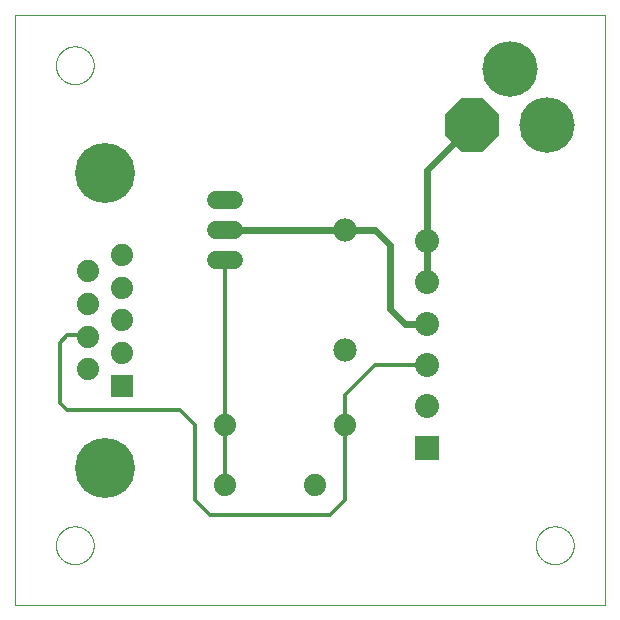
<source format=gtl>
G75*
%MOIN*%
%OFA0B0*%
%FSLAX25Y25*%
%IPPOS*%
%LPD*%
%AMOC8*
5,1,8,0,0,1.08239X$1,22.5*
%
%ADD10C,0.00000*%
%ADD11C,0.07400*%
%ADD12C,0.07800*%
%ADD13C,0.06000*%
%ADD14R,0.07400X0.07400*%
%ADD15C,0.20000*%
%ADD16R,0.08000X0.08000*%
%ADD17C,0.08000*%
%ADD18OC8,0.17717*%
%ADD19C,0.18504*%
%ADD20C,0.01200*%
%ADD21C,0.02400*%
D10*
X0033632Y0001800D02*
X0033632Y0198650D01*
X0230483Y0198650D01*
X0230483Y0001800D01*
X0033632Y0001800D01*
X0047333Y0021800D02*
X0047335Y0021958D01*
X0047341Y0022116D01*
X0047351Y0022274D01*
X0047365Y0022432D01*
X0047383Y0022589D01*
X0047404Y0022746D01*
X0047430Y0022902D01*
X0047460Y0023058D01*
X0047493Y0023213D01*
X0047531Y0023366D01*
X0047572Y0023519D01*
X0047617Y0023671D01*
X0047666Y0023822D01*
X0047719Y0023971D01*
X0047775Y0024119D01*
X0047835Y0024265D01*
X0047899Y0024410D01*
X0047967Y0024553D01*
X0048038Y0024695D01*
X0048112Y0024835D01*
X0048190Y0024972D01*
X0048272Y0025108D01*
X0048356Y0025242D01*
X0048445Y0025373D01*
X0048536Y0025502D01*
X0048631Y0025629D01*
X0048728Y0025754D01*
X0048829Y0025876D01*
X0048933Y0025995D01*
X0049040Y0026112D01*
X0049150Y0026226D01*
X0049263Y0026337D01*
X0049378Y0026446D01*
X0049496Y0026551D01*
X0049617Y0026653D01*
X0049740Y0026753D01*
X0049866Y0026849D01*
X0049994Y0026942D01*
X0050124Y0027032D01*
X0050257Y0027118D01*
X0050392Y0027202D01*
X0050528Y0027281D01*
X0050667Y0027358D01*
X0050808Y0027430D01*
X0050950Y0027500D01*
X0051094Y0027565D01*
X0051240Y0027627D01*
X0051387Y0027685D01*
X0051536Y0027740D01*
X0051686Y0027791D01*
X0051837Y0027838D01*
X0051989Y0027881D01*
X0052142Y0027920D01*
X0052297Y0027956D01*
X0052452Y0027987D01*
X0052608Y0028015D01*
X0052764Y0028039D01*
X0052921Y0028059D01*
X0053079Y0028075D01*
X0053236Y0028087D01*
X0053395Y0028095D01*
X0053553Y0028099D01*
X0053711Y0028099D01*
X0053869Y0028095D01*
X0054028Y0028087D01*
X0054185Y0028075D01*
X0054343Y0028059D01*
X0054500Y0028039D01*
X0054656Y0028015D01*
X0054812Y0027987D01*
X0054967Y0027956D01*
X0055122Y0027920D01*
X0055275Y0027881D01*
X0055427Y0027838D01*
X0055578Y0027791D01*
X0055728Y0027740D01*
X0055877Y0027685D01*
X0056024Y0027627D01*
X0056170Y0027565D01*
X0056314Y0027500D01*
X0056456Y0027430D01*
X0056597Y0027358D01*
X0056736Y0027281D01*
X0056872Y0027202D01*
X0057007Y0027118D01*
X0057140Y0027032D01*
X0057270Y0026942D01*
X0057398Y0026849D01*
X0057524Y0026753D01*
X0057647Y0026653D01*
X0057768Y0026551D01*
X0057886Y0026446D01*
X0058001Y0026337D01*
X0058114Y0026226D01*
X0058224Y0026112D01*
X0058331Y0025995D01*
X0058435Y0025876D01*
X0058536Y0025754D01*
X0058633Y0025629D01*
X0058728Y0025502D01*
X0058819Y0025373D01*
X0058908Y0025242D01*
X0058992Y0025108D01*
X0059074Y0024972D01*
X0059152Y0024835D01*
X0059226Y0024695D01*
X0059297Y0024553D01*
X0059365Y0024410D01*
X0059429Y0024265D01*
X0059489Y0024119D01*
X0059545Y0023971D01*
X0059598Y0023822D01*
X0059647Y0023671D01*
X0059692Y0023519D01*
X0059733Y0023366D01*
X0059771Y0023213D01*
X0059804Y0023058D01*
X0059834Y0022902D01*
X0059860Y0022746D01*
X0059881Y0022589D01*
X0059899Y0022432D01*
X0059913Y0022274D01*
X0059923Y0022116D01*
X0059929Y0021958D01*
X0059931Y0021800D01*
X0059929Y0021642D01*
X0059923Y0021484D01*
X0059913Y0021326D01*
X0059899Y0021168D01*
X0059881Y0021011D01*
X0059860Y0020854D01*
X0059834Y0020698D01*
X0059804Y0020542D01*
X0059771Y0020387D01*
X0059733Y0020234D01*
X0059692Y0020081D01*
X0059647Y0019929D01*
X0059598Y0019778D01*
X0059545Y0019629D01*
X0059489Y0019481D01*
X0059429Y0019335D01*
X0059365Y0019190D01*
X0059297Y0019047D01*
X0059226Y0018905D01*
X0059152Y0018765D01*
X0059074Y0018628D01*
X0058992Y0018492D01*
X0058908Y0018358D01*
X0058819Y0018227D01*
X0058728Y0018098D01*
X0058633Y0017971D01*
X0058536Y0017846D01*
X0058435Y0017724D01*
X0058331Y0017605D01*
X0058224Y0017488D01*
X0058114Y0017374D01*
X0058001Y0017263D01*
X0057886Y0017154D01*
X0057768Y0017049D01*
X0057647Y0016947D01*
X0057524Y0016847D01*
X0057398Y0016751D01*
X0057270Y0016658D01*
X0057140Y0016568D01*
X0057007Y0016482D01*
X0056872Y0016398D01*
X0056736Y0016319D01*
X0056597Y0016242D01*
X0056456Y0016170D01*
X0056314Y0016100D01*
X0056170Y0016035D01*
X0056024Y0015973D01*
X0055877Y0015915D01*
X0055728Y0015860D01*
X0055578Y0015809D01*
X0055427Y0015762D01*
X0055275Y0015719D01*
X0055122Y0015680D01*
X0054967Y0015644D01*
X0054812Y0015613D01*
X0054656Y0015585D01*
X0054500Y0015561D01*
X0054343Y0015541D01*
X0054185Y0015525D01*
X0054028Y0015513D01*
X0053869Y0015505D01*
X0053711Y0015501D01*
X0053553Y0015501D01*
X0053395Y0015505D01*
X0053236Y0015513D01*
X0053079Y0015525D01*
X0052921Y0015541D01*
X0052764Y0015561D01*
X0052608Y0015585D01*
X0052452Y0015613D01*
X0052297Y0015644D01*
X0052142Y0015680D01*
X0051989Y0015719D01*
X0051837Y0015762D01*
X0051686Y0015809D01*
X0051536Y0015860D01*
X0051387Y0015915D01*
X0051240Y0015973D01*
X0051094Y0016035D01*
X0050950Y0016100D01*
X0050808Y0016170D01*
X0050667Y0016242D01*
X0050528Y0016319D01*
X0050392Y0016398D01*
X0050257Y0016482D01*
X0050124Y0016568D01*
X0049994Y0016658D01*
X0049866Y0016751D01*
X0049740Y0016847D01*
X0049617Y0016947D01*
X0049496Y0017049D01*
X0049378Y0017154D01*
X0049263Y0017263D01*
X0049150Y0017374D01*
X0049040Y0017488D01*
X0048933Y0017605D01*
X0048829Y0017724D01*
X0048728Y0017846D01*
X0048631Y0017971D01*
X0048536Y0018098D01*
X0048445Y0018227D01*
X0048356Y0018358D01*
X0048272Y0018492D01*
X0048190Y0018628D01*
X0048112Y0018765D01*
X0048038Y0018905D01*
X0047967Y0019047D01*
X0047899Y0019190D01*
X0047835Y0019335D01*
X0047775Y0019481D01*
X0047719Y0019629D01*
X0047666Y0019778D01*
X0047617Y0019929D01*
X0047572Y0020081D01*
X0047531Y0020234D01*
X0047493Y0020387D01*
X0047460Y0020542D01*
X0047430Y0020698D01*
X0047404Y0020854D01*
X0047383Y0021011D01*
X0047365Y0021168D01*
X0047351Y0021326D01*
X0047341Y0021484D01*
X0047335Y0021642D01*
X0047333Y0021800D01*
X0207333Y0021800D02*
X0207335Y0021958D01*
X0207341Y0022116D01*
X0207351Y0022274D01*
X0207365Y0022432D01*
X0207383Y0022589D01*
X0207404Y0022746D01*
X0207430Y0022902D01*
X0207460Y0023058D01*
X0207493Y0023213D01*
X0207531Y0023366D01*
X0207572Y0023519D01*
X0207617Y0023671D01*
X0207666Y0023822D01*
X0207719Y0023971D01*
X0207775Y0024119D01*
X0207835Y0024265D01*
X0207899Y0024410D01*
X0207967Y0024553D01*
X0208038Y0024695D01*
X0208112Y0024835D01*
X0208190Y0024972D01*
X0208272Y0025108D01*
X0208356Y0025242D01*
X0208445Y0025373D01*
X0208536Y0025502D01*
X0208631Y0025629D01*
X0208728Y0025754D01*
X0208829Y0025876D01*
X0208933Y0025995D01*
X0209040Y0026112D01*
X0209150Y0026226D01*
X0209263Y0026337D01*
X0209378Y0026446D01*
X0209496Y0026551D01*
X0209617Y0026653D01*
X0209740Y0026753D01*
X0209866Y0026849D01*
X0209994Y0026942D01*
X0210124Y0027032D01*
X0210257Y0027118D01*
X0210392Y0027202D01*
X0210528Y0027281D01*
X0210667Y0027358D01*
X0210808Y0027430D01*
X0210950Y0027500D01*
X0211094Y0027565D01*
X0211240Y0027627D01*
X0211387Y0027685D01*
X0211536Y0027740D01*
X0211686Y0027791D01*
X0211837Y0027838D01*
X0211989Y0027881D01*
X0212142Y0027920D01*
X0212297Y0027956D01*
X0212452Y0027987D01*
X0212608Y0028015D01*
X0212764Y0028039D01*
X0212921Y0028059D01*
X0213079Y0028075D01*
X0213236Y0028087D01*
X0213395Y0028095D01*
X0213553Y0028099D01*
X0213711Y0028099D01*
X0213869Y0028095D01*
X0214028Y0028087D01*
X0214185Y0028075D01*
X0214343Y0028059D01*
X0214500Y0028039D01*
X0214656Y0028015D01*
X0214812Y0027987D01*
X0214967Y0027956D01*
X0215122Y0027920D01*
X0215275Y0027881D01*
X0215427Y0027838D01*
X0215578Y0027791D01*
X0215728Y0027740D01*
X0215877Y0027685D01*
X0216024Y0027627D01*
X0216170Y0027565D01*
X0216314Y0027500D01*
X0216456Y0027430D01*
X0216597Y0027358D01*
X0216736Y0027281D01*
X0216872Y0027202D01*
X0217007Y0027118D01*
X0217140Y0027032D01*
X0217270Y0026942D01*
X0217398Y0026849D01*
X0217524Y0026753D01*
X0217647Y0026653D01*
X0217768Y0026551D01*
X0217886Y0026446D01*
X0218001Y0026337D01*
X0218114Y0026226D01*
X0218224Y0026112D01*
X0218331Y0025995D01*
X0218435Y0025876D01*
X0218536Y0025754D01*
X0218633Y0025629D01*
X0218728Y0025502D01*
X0218819Y0025373D01*
X0218908Y0025242D01*
X0218992Y0025108D01*
X0219074Y0024972D01*
X0219152Y0024835D01*
X0219226Y0024695D01*
X0219297Y0024553D01*
X0219365Y0024410D01*
X0219429Y0024265D01*
X0219489Y0024119D01*
X0219545Y0023971D01*
X0219598Y0023822D01*
X0219647Y0023671D01*
X0219692Y0023519D01*
X0219733Y0023366D01*
X0219771Y0023213D01*
X0219804Y0023058D01*
X0219834Y0022902D01*
X0219860Y0022746D01*
X0219881Y0022589D01*
X0219899Y0022432D01*
X0219913Y0022274D01*
X0219923Y0022116D01*
X0219929Y0021958D01*
X0219931Y0021800D01*
X0219929Y0021642D01*
X0219923Y0021484D01*
X0219913Y0021326D01*
X0219899Y0021168D01*
X0219881Y0021011D01*
X0219860Y0020854D01*
X0219834Y0020698D01*
X0219804Y0020542D01*
X0219771Y0020387D01*
X0219733Y0020234D01*
X0219692Y0020081D01*
X0219647Y0019929D01*
X0219598Y0019778D01*
X0219545Y0019629D01*
X0219489Y0019481D01*
X0219429Y0019335D01*
X0219365Y0019190D01*
X0219297Y0019047D01*
X0219226Y0018905D01*
X0219152Y0018765D01*
X0219074Y0018628D01*
X0218992Y0018492D01*
X0218908Y0018358D01*
X0218819Y0018227D01*
X0218728Y0018098D01*
X0218633Y0017971D01*
X0218536Y0017846D01*
X0218435Y0017724D01*
X0218331Y0017605D01*
X0218224Y0017488D01*
X0218114Y0017374D01*
X0218001Y0017263D01*
X0217886Y0017154D01*
X0217768Y0017049D01*
X0217647Y0016947D01*
X0217524Y0016847D01*
X0217398Y0016751D01*
X0217270Y0016658D01*
X0217140Y0016568D01*
X0217007Y0016482D01*
X0216872Y0016398D01*
X0216736Y0016319D01*
X0216597Y0016242D01*
X0216456Y0016170D01*
X0216314Y0016100D01*
X0216170Y0016035D01*
X0216024Y0015973D01*
X0215877Y0015915D01*
X0215728Y0015860D01*
X0215578Y0015809D01*
X0215427Y0015762D01*
X0215275Y0015719D01*
X0215122Y0015680D01*
X0214967Y0015644D01*
X0214812Y0015613D01*
X0214656Y0015585D01*
X0214500Y0015561D01*
X0214343Y0015541D01*
X0214185Y0015525D01*
X0214028Y0015513D01*
X0213869Y0015505D01*
X0213711Y0015501D01*
X0213553Y0015501D01*
X0213395Y0015505D01*
X0213236Y0015513D01*
X0213079Y0015525D01*
X0212921Y0015541D01*
X0212764Y0015561D01*
X0212608Y0015585D01*
X0212452Y0015613D01*
X0212297Y0015644D01*
X0212142Y0015680D01*
X0211989Y0015719D01*
X0211837Y0015762D01*
X0211686Y0015809D01*
X0211536Y0015860D01*
X0211387Y0015915D01*
X0211240Y0015973D01*
X0211094Y0016035D01*
X0210950Y0016100D01*
X0210808Y0016170D01*
X0210667Y0016242D01*
X0210528Y0016319D01*
X0210392Y0016398D01*
X0210257Y0016482D01*
X0210124Y0016568D01*
X0209994Y0016658D01*
X0209866Y0016751D01*
X0209740Y0016847D01*
X0209617Y0016947D01*
X0209496Y0017049D01*
X0209378Y0017154D01*
X0209263Y0017263D01*
X0209150Y0017374D01*
X0209040Y0017488D01*
X0208933Y0017605D01*
X0208829Y0017724D01*
X0208728Y0017846D01*
X0208631Y0017971D01*
X0208536Y0018098D01*
X0208445Y0018227D01*
X0208356Y0018358D01*
X0208272Y0018492D01*
X0208190Y0018628D01*
X0208112Y0018765D01*
X0208038Y0018905D01*
X0207967Y0019047D01*
X0207899Y0019190D01*
X0207835Y0019335D01*
X0207775Y0019481D01*
X0207719Y0019629D01*
X0207666Y0019778D01*
X0207617Y0019929D01*
X0207572Y0020081D01*
X0207531Y0020234D01*
X0207493Y0020387D01*
X0207460Y0020542D01*
X0207430Y0020698D01*
X0207404Y0020854D01*
X0207383Y0021011D01*
X0207365Y0021168D01*
X0207351Y0021326D01*
X0207341Y0021484D01*
X0207335Y0021642D01*
X0207333Y0021800D01*
X0047333Y0181800D02*
X0047335Y0181958D01*
X0047341Y0182116D01*
X0047351Y0182274D01*
X0047365Y0182432D01*
X0047383Y0182589D01*
X0047404Y0182746D01*
X0047430Y0182902D01*
X0047460Y0183058D01*
X0047493Y0183213D01*
X0047531Y0183366D01*
X0047572Y0183519D01*
X0047617Y0183671D01*
X0047666Y0183822D01*
X0047719Y0183971D01*
X0047775Y0184119D01*
X0047835Y0184265D01*
X0047899Y0184410D01*
X0047967Y0184553D01*
X0048038Y0184695D01*
X0048112Y0184835D01*
X0048190Y0184972D01*
X0048272Y0185108D01*
X0048356Y0185242D01*
X0048445Y0185373D01*
X0048536Y0185502D01*
X0048631Y0185629D01*
X0048728Y0185754D01*
X0048829Y0185876D01*
X0048933Y0185995D01*
X0049040Y0186112D01*
X0049150Y0186226D01*
X0049263Y0186337D01*
X0049378Y0186446D01*
X0049496Y0186551D01*
X0049617Y0186653D01*
X0049740Y0186753D01*
X0049866Y0186849D01*
X0049994Y0186942D01*
X0050124Y0187032D01*
X0050257Y0187118D01*
X0050392Y0187202D01*
X0050528Y0187281D01*
X0050667Y0187358D01*
X0050808Y0187430D01*
X0050950Y0187500D01*
X0051094Y0187565D01*
X0051240Y0187627D01*
X0051387Y0187685D01*
X0051536Y0187740D01*
X0051686Y0187791D01*
X0051837Y0187838D01*
X0051989Y0187881D01*
X0052142Y0187920D01*
X0052297Y0187956D01*
X0052452Y0187987D01*
X0052608Y0188015D01*
X0052764Y0188039D01*
X0052921Y0188059D01*
X0053079Y0188075D01*
X0053236Y0188087D01*
X0053395Y0188095D01*
X0053553Y0188099D01*
X0053711Y0188099D01*
X0053869Y0188095D01*
X0054028Y0188087D01*
X0054185Y0188075D01*
X0054343Y0188059D01*
X0054500Y0188039D01*
X0054656Y0188015D01*
X0054812Y0187987D01*
X0054967Y0187956D01*
X0055122Y0187920D01*
X0055275Y0187881D01*
X0055427Y0187838D01*
X0055578Y0187791D01*
X0055728Y0187740D01*
X0055877Y0187685D01*
X0056024Y0187627D01*
X0056170Y0187565D01*
X0056314Y0187500D01*
X0056456Y0187430D01*
X0056597Y0187358D01*
X0056736Y0187281D01*
X0056872Y0187202D01*
X0057007Y0187118D01*
X0057140Y0187032D01*
X0057270Y0186942D01*
X0057398Y0186849D01*
X0057524Y0186753D01*
X0057647Y0186653D01*
X0057768Y0186551D01*
X0057886Y0186446D01*
X0058001Y0186337D01*
X0058114Y0186226D01*
X0058224Y0186112D01*
X0058331Y0185995D01*
X0058435Y0185876D01*
X0058536Y0185754D01*
X0058633Y0185629D01*
X0058728Y0185502D01*
X0058819Y0185373D01*
X0058908Y0185242D01*
X0058992Y0185108D01*
X0059074Y0184972D01*
X0059152Y0184835D01*
X0059226Y0184695D01*
X0059297Y0184553D01*
X0059365Y0184410D01*
X0059429Y0184265D01*
X0059489Y0184119D01*
X0059545Y0183971D01*
X0059598Y0183822D01*
X0059647Y0183671D01*
X0059692Y0183519D01*
X0059733Y0183366D01*
X0059771Y0183213D01*
X0059804Y0183058D01*
X0059834Y0182902D01*
X0059860Y0182746D01*
X0059881Y0182589D01*
X0059899Y0182432D01*
X0059913Y0182274D01*
X0059923Y0182116D01*
X0059929Y0181958D01*
X0059931Y0181800D01*
X0059929Y0181642D01*
X0059923Y0181484D01*
X0059913Y0181326D01*
X0059899Y0181168D01*
X0059881Y0181011D01*
X0059860Y0180854D01*
X0059834Y0180698D01*
X0059804Y0180542D01*
X0059771Y0180387D01*
X0059733Y0180234D01*
X0059692Y0180081D01*
X0059647Y0179929D01*
X0059598Y0179778D01*
X0059545Y0179629D01*
X0059489Y0179481D01*
X0059429Y0179335D01*
X0059365Y0179190D01*
X0059297Y0179047D01*
X0059226Y0178905D01*
X0059152Y0178765D01*
X0059074Y0178628D01*
X0058992Y0178492D01*
X0058908Y0178358D01*
X0058819Y0178227D01*
X0058728Y0178098D01*
X0058633Y0177971D01*
X0058536Y0177846D01*
X0058435Y0177724D01*
X0058331Y0177605D01*
X0058224Y0177488D01*
X0058114Y0177374D01*
X0058001Y0177263D01*
X0057886Y0177154D01*
X0057768Y0177049D01*
X0057647Y0176947D01*
X0057524Y0176847D01*
X0057398Y0176751D01*
X0057270Y0176658D01*
X0057140Y0176568D01*
X0057007Y0176482D01*
X0056872Y0176398D01*
X0056736Y0176319D01*
X0056597Y0176242D01*
X0056456Y0176170D01*
X0056314Y0176100D01*
X0056170Y0176035D01*
X0056024Y0175973D01*
X0055877Y0175915D01*
X0055728Y0175860D01*
X0055578Y0175809D01*
X0055427Y0175762D01*
X0055275Y0175719D01*
X0055122Y0175680D01*
X0054967Y0175644D01*
X0054812Y0175613D01*
X0054656Y0175585D01*
X0054500Y0175561D01*
X0054343Y0175541D01*
X0054185Y0175525D01*
X0054028Y0175513D01*
X0053869Y0175505D01*
X0053711Y0175501D01*
X0053553Y0175501D01*
X0053395Y0175505D01*
X0053236Y0175513D01*
X0053079Y0175525D01*
X0052921Y0175541D01*
X0052764Y0175561D01*
X0052608Y0175585D01*
X0052452Y0175613D01*
X0052297Y0175644D01*
X0052142Y0175680D01*
X0051989Y0175719D01*
X0051837Y0175762D01*
X0051686Y0175809D01*
X0051536Y0175860D01*
X0051387Y0175915D01*
X0051240Y0175973D01*
X0051094Y0176035D01*
X0050950Y0176100D01*
X0050808Y0176170D01*
X0050667Y0176242D01*
X0050528Y0176319D01*
X0050392Y0176398D01*
X0050257Y0176482D01*
X0050124Y0176568D01*
X0049994Y0176658D01*
X0049866Y0176751D01*
X0049740Y0176847D01*
X0049617Y0176947D01*
X0049496Y0177049D01*
X0049378Y0177154D01*
X0049263Y0177263D01*
X0049150Y0177374D01*
X0049040Y0177488D01*
X0048933Y0177605D01*
X0048829Y0177724D01*
X0048728Y0177846D01*
X0048631Y0177971D01*
X0048536Y0178098D01*
X0048445Y0178227D01*
X0048356Y0178358D01*
X0048272Y0178492D01*
X0048190Y0178628D01*
X0048112Y0178765D01*
X0048038Y0178905D01*
X0047967Y0179047D01*
X0047899Y0179190D01*
X0047835Y0179335D01*
X0047775Y0179481D01*
X0047719Y0179629D01*
X0047666Y0179778D01*
X0047617Y0179929D01*
X0047572Y0180081D01*
X0047531Y0180234D01*
X0047493Y0180387D01*
X0047460Y0180542D01*
X0047430Y0180698D01*
X0047404Y0180854D01*
X0047383Y0181011D01*
X0047365Y0181168D01*
X0047351Y0181326D01*
X0047341Y0181484D01*
X0047335Y0181642D01*
X0047333Y0181800D01*
D11*
X0069223Y0118611D03*
X0058042Y0113139D03*
X0069223Y0107706D03*
X0058042Y0102233D03*
X0069223Y0096800D03*
X0058042Y0091367D03*
X0069223Y0085894D03*
X0058042Y0080461D03*
X0103632Y0061800D03*
X0103632Y0041800D03*
X0133632Y0041800D03*
X0143632Y0061800D03*
D12*
X0143632Y0086800D03*
X0143632Y0126800D03*
D13*
X0106632Y0126800D02*
X0100632Y0126800D01*
X0100632Y0116800D02*
X0106632Y0116800D01*
X0106632Y0136800D02*
X0100632Y0136800D01*
D14*
X0069223Y0074989D03*
D15*
X0063632Y0047587D03*
X0063632Y0146013D03*
D16*
X0171132Y0054300D03*
D17*
X0171132Y0068080D03*
X0171132Y0081859D03*
X0171132Y0095639D03*
X0171132Y0109418D03*
X0171132Y0123198D03*
D18*
X0186132Y0161800D03*
D19*
X0198632Y0180550D03*
X0211132Y0161800D03*
D20*
X0168112Y0081800D02*
X0153632Y0081800D01*
X0143632Y0071800D01*
X0143632Y0061800D01*
X0143632Y0036800D01*
X0138632Y0031800D01*
X0098632Y0031800D01*
X0093632Y0036800D01*
X0093632Y0061800D01*
X0088632Y0066800D01*
X0051132Y0066800D01*
X0048632Y0069300D01*
X0048632Y0089300D01*
X0051132Y0091800D01*
X0057609Y0091800D01*
X0058042Y0091367D01*
X0103632Y0116800D02*
X0103632Y0061800D01*
X0103632Y0041800D01*
D21*
X0158632Y0100550D02*
X0163632Y0095550D01*
X0171044Y0095550D01*
X0171132Y0095639D01*
X0158632Y0100550D02*
X0158632Y0121800D01*
X0153632Y0126800D01*
X0143632Y0126800D01*
X0103632Y0126800D01*
X0171132Y0123198D02*
X0171132Y0109418D01*
X0171132Y0123198D02*
X0171132Y0146800D01*
X0186132Y0161800D01*
M02*

</source>
